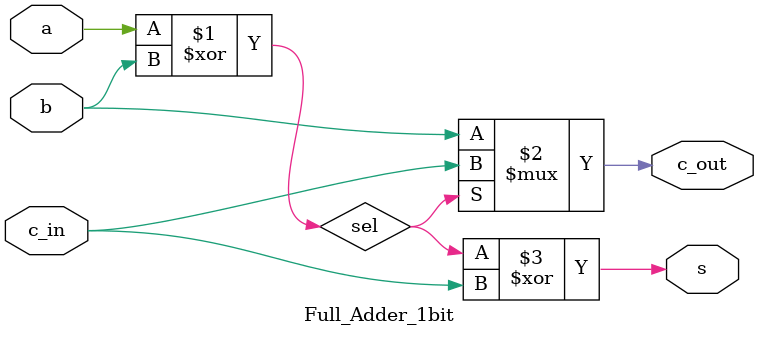
<source format=v>
`timescale 1ns/10ps
module Full_Adder_1bit(a, b, c_in, c_out, s);
	input a, b, c_in;
	output c_out, s;
	wire sel;
	assign sel = a^b;
	assign c_out = sel ? c_in : b;
	assign s = sel^c_in;
endmodule
</source>
